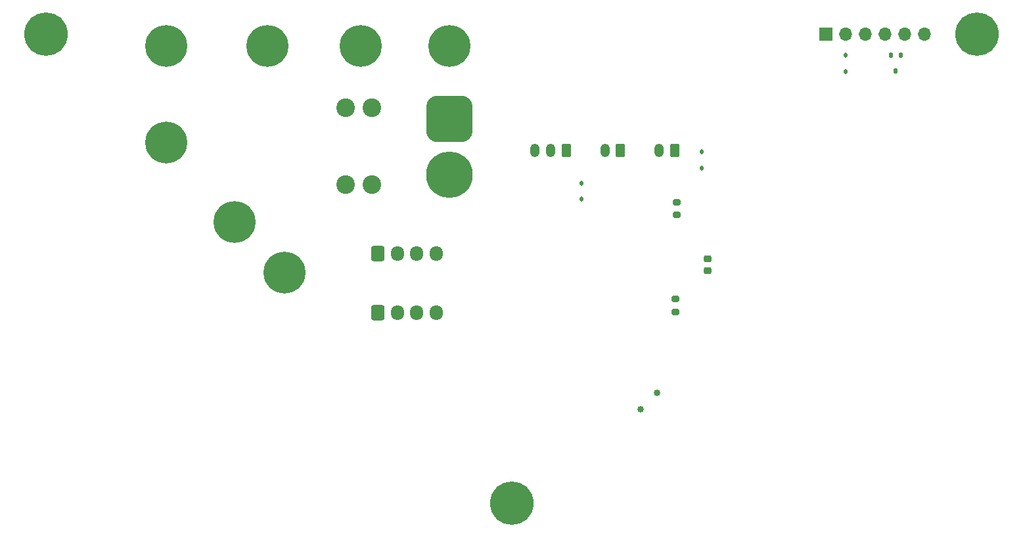
<source format=gbr>
G04 #@! TF.GenerationSoftware,KiCad,Pcbnew,8.0.1-rc2-202403101705~c0fd138706~ubuntu22.04.1*
G04 #@! TF.CreationDate,2024-03-11T22:08:16-04:00*
G04 #@! TF.ProjectId,Balance_Controller,42616c61-6e63-4655-9f43-6f6e74726f6c,rev?*
G04 #@! TF.SameCoordinates,Original*
G04 #@! TF.FileFunction,Soldermask,Bot*
G04 #@! TF.FilePolarity,Negative*
%FSLAX46Y46*%
G04 Gerber Fmt 4.6, Leading zero omitted, Abs format (unit mm)*
G04 Created by KiCad (PCBNEW 8.0.1-rc2-202403101705~c0fd138706~ubuntu22.04.1) date 2024-03-11 22:08:16*
%MOMM*%
%LPD*%
G01*
G04 APERTURE LIST*
G04 Aperture macros list*
%AMRoundRect*
0 Rectangle with rounded corners*
0 $1 Rounding radius*
0 $2 $3 $4 $5 $6 $7 $8 $9 X,Y pos of 4 corners*
0 Add a 4 corners polygon primitive as box body*
4,1,4,$2,$3,$4,$5,$6,$7,$8,$9,$2,$3,0*
0 Add four circle primitives for the rounded corners*
1,1,$1+$1,$2,$3*
1,1,$1+$1,$4,$5*
1,1,$1+$1,$6,$7*
1,1,$1+$1,$8,$9*
0 Add four rect primitives between the rounded corners*
20,1,$1+$1,$2,$3,$4,$5,0*
20,1,$1+$1,$4,$5,$6,$7,0*
20,1,$1+$1,$6,$7,$8,$9,0*
20,1,$1+$1,$8,$9,$2,$3,0*%
G04 Aperture macros list end*
%ADD10RoundRect,0.250000X-0.600000X-0.725000X0.600000X-0.725000X0.600000X0.725000X-0.600000X0.725000X0*%
%ADD11O,1.700000X1.950000*%
%ADD12C,5.400000*%
%ADD13C,0.850000*%
%ADD14C,5.600000*%
%ADD15C,2.400000*%
%ADD16RoundRect,1.500000X-1.500000X1.500000X-1.500000X-1.500000X1.500000X-1.500000X1.500000X1.500000X0*%
%ADD17C,6.000000*%
%ADD18R,1.700000X1.700000*%
%ADD19O,1.700000X1.700000*%
%ADD20RoundRect,0.200000X-0.275000X0.200000X-0.275000X-0.200000X0.275000X-0.200000X0.275000X0.200000X0*%
%ADD21RoundRect,0.250000X0.350000X0.625000X-0.350000X0.625000X-0.350000X-0.625000X0.350000X-0.625000X0*%
%ADD22O,1.200000X1.750000*%
%ADD23RoundRect,0.112500X0.112500X-0.187500X0.112500X0.187500X-0.112500X0.187500X-0.112500X-0.187500X0*%
%ADD24RoundRect,0.200000X0.275000X-0.200000X0.275000X0.200000X-0.275000X0.200000X-0.275000X-0.200000X0*%
%ADD25RoundRect,0.225000X-0.250000X0.225000X-0.250000X-0.225000X0.250000X-0.225000X0.250000X0.225000X0*%
%ADD26RoundRect,0.112500X-0.112500X-0.237500X0.112500X-0.237500X0.112500X0.237500X-0.112500X0.237500X0*%
G04 APERTURE END LIST*
D10*
X82250000Y-54750000D03*
D11*
X84750000Y-54750000D03*
X87250000Y-54750000D03*
X89750000Y-54750000D03*
D12*
X55000000Y-28000000D03*
X91500000Y-28000000D03*
D13*
X116074695Y-74896016D03*
X118196016Y-72774695D03*
D14*
X159500000Y-26542136D03*
D15*
X81500000Y-45920000D03*
X78100000Y-45920000D03*
X81500000Y-36000000D03*
X78100000Y-36000000D03*
D12*
X70250000Y-57250000D03*
D14*
X99500000Y-87000000D03*
D12*
X68000000Y-28000000D03*
D16*
X91500000Y-37420000D03*
D17*
X91500000Y-44620000D03*
D12*
X63750000Y-50750000D03*
D18*
X140000000Y-26500000D03*
D19*
X142540000Y-26500000D03*
X145080000Y-26500000D03*
X147620000Y-26500000D03*
X150160000Y-26500000D03*
X152700000Y-26500000D03*
D12*
X55000000Y-40500000D03*
D14*
X39500000Y-26542136D03*
D12*
X80000000Y-28000000D03*
D10*
X82250000Y-62420000D03*
D11*
X84750000Y-62420000D03*
X87250000Y-62420000D03*
X89750000Y-62420000D03*
D20*
X120587370Y-60675000D03*
X120587370Y-62325000D03*
D21*
X120500000Y-41500000D03*
D22*
X118500000Y-41500000D03*
D23*
X124000000Y-43800000D03*
X124000000Y-41700000D03*
X108500000Y-47800000D03*
X108500000Y-45700000D03*
X142500000Y-31300000D03*
X142500000Y-29200000D03*
D24*
X120750000Y-49825000D03*
X120750000Y-48175000D03*
D25*
X124750000Y-55450000D03*
X124750000Y-57000000D03*
D26*
X148350000Y-29250000D03*
X149650000Y-29250000D03*
X149000000Y-31250000D03*
D21*
X113500000Y-41500000D03*
D22*
X111500000Y-41500000D03*
D21*
X106500000Y-41500000D03*
D22*
X104500000Y-41500000D03*
X102500000Y-41500000D03*
M02*

</source>
